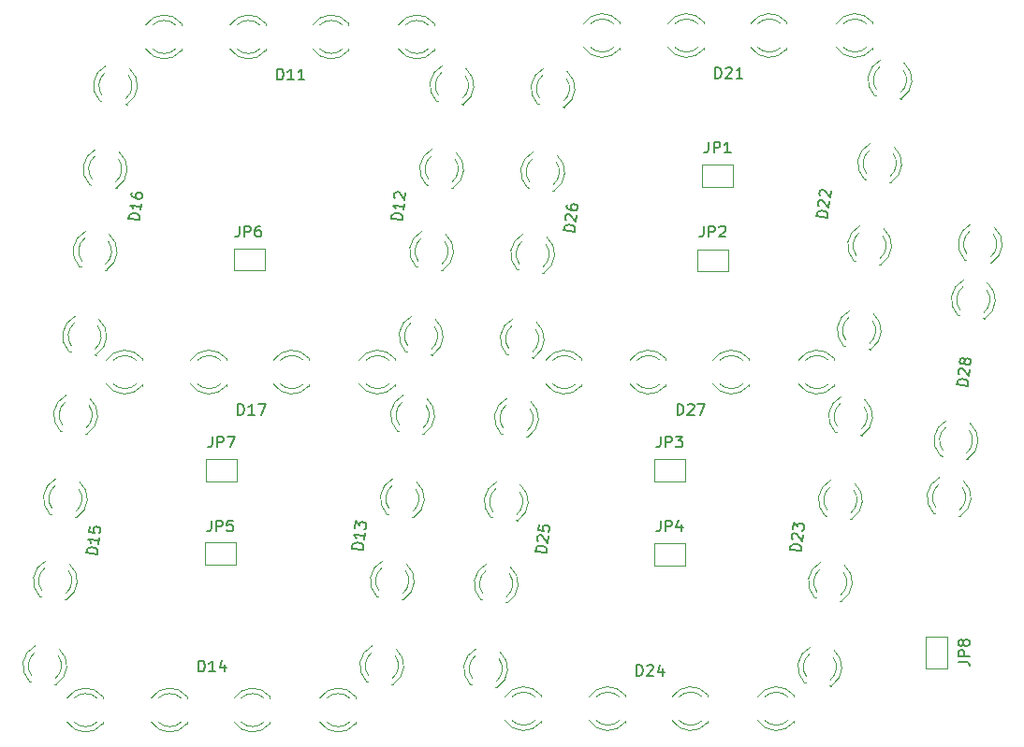
<source format=gbr>
%TF.GenerationSoftware,KiCad,Pcbnew,8.0.9*%
%TF.CreationDate,2025-03-03T18:21:58+11:00*%
%TF.ProjectId,7segment,37736567-6d65-46e7-942e-6b696361645f,rev?*%
%TF.SameCoordinates,PX292dfe0PY1d11680*%
%TF.FileFunction,Legend,Top*%
%TF.FilePolarity,Positive*%
%FSLAX46Y46*%
G04 Gerber Fmt 4.6, Leading zero omitted, Abs format (unit mm)*
G04 Created by KiCad (PCBNEW 8.0.9) date 2025-03-03 18:21:58*
%MOMM*%
%LPD*%
G01*
G04 APERTURE LIST*
%ADD10C,0.150000*%
%ADD11C,0.120000*%
G04 APERTURE END LIST*
D10*
X84123444Y-36820663D02*
X83130898Y-36698793D01*
X83130898Y-36698793D02*
X83159915Y-36462473D01*
X83159915Y-36462473D02*
X83224589Y-36326484D01*
X83224589Y-36326484D02*
X83330723Y-36243562D01*
X83330723Y-36243562D02*
X83431055Y-36207905D01*
X83431055Y-36207905D02*
X83625915Y-36183854D01*
X83625915Y-36183854D02*
X83767707Y-36201264D01*
X83767707Y-36201264D02*
X83950960Y-36271741D01*
X83950960Y-36271741D02*
X84039685Y-36330612D01*
X84039685Y-36330612D02*
X84122607Y-36436747D01*
X84122607Y-36436747D02*
X84152461Y-36584342D01*
X84152461Y-36584342D02*
X84123444Y-36820663D01*
X83341492Y-35765118D02*
X83300031Y-35712050D01*
X83300031Y-35712050D02*
X83264374Y-35611719D01*
X83264374Y-35611719D02*
X83293390Y-35375398D01*
X83293390Y-35375398D02*
X83352261Y-35286674D01*
X83352261Y-35286674D02*
X83405329Y-35245213D01*
X83405329Y-35245213D02*
X83505660Y-35209555D01*
X83505660Y-35209555D02*
X83600188Y-35221162D01*
X83600188Y-35221162D02*
X83736177Y-35285836D01*
X83736177Y-35285836D02*
X84233707Y-35922645D01*
X84233707Y-35922645D02*
X84309150Y-35308211D01*
X83811620Y-34671402D02*
X83752750Y-34760127D01*
X83752750Y-34760127D02*
X83699682Y-34801588D01*
X83699682Y-34801588D02*
X83599351Y-34837246D01*
X83599351Y-34837246D02*
X83552087Y-34831442D01*
X83552087Y-34831442D02*
X83463362Y-34772572D01*
X83463362Y-34772572D02*
X83421901Y-34719504D01*
X83421901Y-34719504D02*
X83386243Y-34619173D01*
X83386243Y-34619173D02*
X83409457Y-34430116D01*
X83409457Y-34430116D02*
X83468327Y-34341391D01*
X83468327Y-34341391D02*
X83521395Y-34299931D01*
X83521395Y-34299931D02*
X83621726Y-34264273D01*
X83621726Y-34264273D02*
X83668990Y-34270076D01*
X83668990Y-34270076D02*
X83757715Y-34328947D01*
X83757715Y-34328947D02*
X83799176Y-34382015D01*
X83799176Y-34382015D02*
X83834833Y-34482346D01*
X83834833Y-34482346D02*
X83811620Y-34671402D01*
X83811620Y-34671402D02*
X83847278Y-34771734D01*
X83847278Y-34771734D02*
X83888739Y-34824801D01*
X83888739Y-34824801D02*
X83977463Y-34883672D01*
X83977463Y-34883672D02*
X84166520Y-34906885D01*
X84166520Y-34906885D02*
X84266851Y-34871228D01*
X84266851Y-34871228D02*
X84319919Y-34829767D01*
X84319919Y-34829767D02*
X84378789Y-34741042D01*
X84378789Y-34741042D02*
X84402003Y-34551986D01*
X84402003Y-34551986D02*
X84366345Y-34451654D01*
X84366345Y-34451654D02*
X84324884Y-34398587D01*
X84324884Y-34398587D02*
X84236159Y-34339716D01*
X84236159Y-34339716D02*
X84047103Y-34316503D01*
X84047103Y-34316503D02*
X83946772Y-34352160D01*
X83946772Y-34352160D02*
X83893704Y-34393621D01*
X83893704Y-34393621D02*
X83834833Y-34482346D01*
X48563444Y-22850663D02*
X47570898Y-22728793D01*
X47570898Y-22728793D02*
X47599915Y-22492473D01*
X47599915Y-22492473D02*
X47664589Y-22356484D01*
X47664589Y-22356484D02*
X47770723Y-22273562D01*
X47770723Y-22273562D02*
X47871055Y-22237905D01*
X47871055Y-22237905D02*
X48065915Y-22213854D01*
X48065915Y-22213854D02*
X48207707Y-22231264D01*
X48207707Y-22231264D02*
X48390960Y-22301741D01*
X48390960Y-22301741D02*
X48479685Y-22360612D01*
X48479685Y-22360612D02*
X48562607Y-22466747D01*
X48562607Y-22466747D02*
X48592461Y-22614342D01*
X48592461Y-22614342D02*
X48563444Y-22850663D01*
X47781492Y-21795118D02*
X47740031Y-21742050D01*
X47740031Y-21742050D02*
X47704374Y-21641719D01*
X47704374Y-21641719D02*
X47733390Y-21405398D01*
X47733390Y-21405398D02*
X47792261Y-21316674D01*
X47792261Y-21316674D02*
X47845329Y-21275213D01*
X47845329Y-21275213D02*
X47945660Y-21239555D01*
X47945660Y-21239555D02*
X48040188Y-21251162D01*
X48040188Y-21251162D02*
X48176177Y-21315836D01*
X48176177Y-21315836D02*
X48673707Y-21952645D01*
X48673707Y-21952645D02*
X48749150Y-21338211D01*
X47861063Y-20365588D02*
X47837850Y-20554645D01*
X47837850Y-20554645D02*
X47873507Y-20654976D01*
X47873507Y-20654976D02*
X47914968Y-20708043D01*
X47914968Y-20708043D02*
X48045154Y-20819982D01*
X48045154Y-20819982D02*
X48228407Y-20890459D01*
X48228407Y-20890459D02*
X48606520Y-20936885D01*
X48606520Y-20936885D02*
X48706851Y-20901228D01*
X48706851Y-20901228D02*
X48759919Y-20859767D01*
X48759919Y-20859767D02*
X48818789Y-20771042D01*
X48818789Y-20771042D02*
X48842003Y-20581986D01*
X48842003Y-20581986D02*
X48806345Y-20481654D01*
X48806345Y-20481654D02*
X48764884Y-20428587D01*
X48764884Y-20428587D02*
X48676159Y-20369716D01*
X48676159Y-20369716D02*
X48439839Y-20340700D01*
X48439839Y-20340700D02*
X48339507Y-20376357D01*
X48339507Y-20376357D02*
X48286440Y-20417818D01*
X48286440Y-20417818D02*
X48227569Y-20506543D01*
X48227569Y-20506543D02*
X48204356Y-20695599D01*
X48204356Y-20695599D02*
X48240014Y-20795931D01*
X48240014Y-20795931D02*
X48281474Y-20848998D01*
X48281474Y-20848998D02*
X48370199Y-20907869D01*
X46023444Y-51915273D02*
X45030898Y-51793403D01*
X45030898Y-51793403D02*
X45059915Y-51557083D01*
X45059915Y-51557083D02*
X45124589Y-51421094D01*
X45124589Y-51421094D02*
X45230723Y-51338172D01*
X45230723Y-51338172D02*
X45331055Y-51302515D01*
X45331055Y-51302515D02*
X45525915Y-51278464D01*
X45525915Y-51278464D02*
X45667707Y-51295874D01*
X45667707Y-51295874D02*
X45850960Y-51366351D01*
X45850960Y-51366351D02*
X45939685Y-51425222D01*
X45939685Y-51425222D02*
X46022607Y-51531357D01*
X46022607Y-51531357D02*
X46052461Y-51678952D01*
X46052461Y-51678952D02*
X46023444Y-51915273D01*
X45241492Y-50859728D02*
X45200031Y-50806660D01*
X45200031Y-50806660D02*
X45164374Y-50706329D01*
X45164374Y-50706329D02*
X45193390Y-50470008D01*
X45193390Y-50470008D02*
X45252261Y-50381284D01*
X45252261Y-50381284D02*
X45305329Y-50339823D01*
X45305329Y-50339823D02*
X45405660Y-50304165D01*
X45405660Y-50304165D02*
X45500188Y-50315772D01*
X45500188Y-50315772D02*
X45636177Y-50380446D01*
X45636177Y-50380446D02*
X46133707Y-51017255D01*
X46133707Y-51017255D02*
X46209150Y-50402821D01*
X45326866Y-49382934D02*
X45268833Y-49855575D01*
X45268833Y-49855575D02*
X45735671Y-49960872D01*
X45735671Y-49960872D02*
X45694210Y-49907805D01*
X45694210Y-49907805D02*
X45658553Y-49807473D01*
X45658553Y-49807473D02*
X45687569Y-49571153D01*
X45687569Y-49571153D02*
X45746440Y-49482428D01*
X45746440Y-49482428D02*
X45799507Y-49440967D01*
X45799507Y-49440967D02*
X45899839Y-49405310D01*
X45899839Y-49405310D02*
X46136159Y-49434326D01*
X46136159Y-49434326D02*
X46224884Y-49493197D01*
X46224884Y-49493197D02*
X46266345Y-49546264D01*
X46266345Y-49546264D02*
X46302003Y-49646596D01*
X46302003Y-49646596D02*
X46272986Y-49882916D01*
X46272986Y-49882916D02*
X46214115Y-49971641D01*
X46214115Y-49971641D02*
X46161048Y-50013102D01*
X61269714Y-8963819D02*
X61269714Y-7963819D01*
X61269714Y-7963819D02*
X61507809Y-7963819D01*
X61507809Y-7963819D02*
X61650666Y-8011438D01*
X61650666Y-8011438D02*
X61745904Y-8106676D01*
X61745904Y-8106676D02*
X61793523Y-8201914D01*
X61793523Y-8201914D02*
X61841142Y-8392390D01*
X61841142Y-8392390D02*
X61841142Y-8535247D01*
X61841142Y-8535247D02*
X61793523Y-8725723D01*
X61793523Y-8725723D02*
X61745904Y-8820961D01*
X61745904Y-8820961D02*
X61650666Y-8916200D01*
X61650666Y-8916200D02*
X61507809Y-8963819D01*
X61507809Y-8963819D02*
X61269714Y-8963819D01*
X62222095Y-8059057D02*
X62269714Y-8011438D01*
X62269714Y-8011438D02*
X62364952Y-7963819D01*
X62364952Y-7963819D02*
X62603047Y-7963819D01*
X62603047Y-7963819D02*
X62698285Y-8011438D01*
X62698285Y-8011438D02*
X62745904Y-8059057D01*
X62745904Y-8059057D02*
X62793523Y-8154295D01*
X62793523Y-8154295D02*
X62793523Y-8249533D01*
X62793523Y-8249533D02*
X62745904Y-8392390D01*
X62745904Y-8392390D02*
X62174476Y-8963819D01*
X62174476Y-8963819D02*
X62793523Y-8963819D01*
X63745904Y-8963819D02*
X63174476Y-8963819D01*
X63460190Y-8963819D02*
X63460190Y-7963819D01*
X63460190Y-7963819D02*
X63364952Y-8106676D01*
X63364952Y-8106676D02*
X63269714Y-8201914D01*
X63269714Y-8201914D02*
X63174476Y-8249533D01*
X57841714Y-39443819D02*
X57841714Y-38443819D01*
X57841714Y-38443819D02*
X58079809Y-38443819D01*
X58079809Y-38443819D02*
X58222666Y-38491438D01*
X58222666Y-38491438D02*
X58317904Y-38586676D01*
X58317904Y-38586676D02*
X58365523Y-38681914D01*
X58365523Y-38681914D02*
X58413142Y-38872390D01*
X58413142Y-38872390D02*
X58413142Y-39015247D01*
X58413142Y-39015247D02*
X58365523Y-39205723D01*
X58365523Y-39205723D02*
X58317904Y-39300961D01*
X58317904Y-39300961D02*
X58222666Y-39396200D01*
X58222666Y-39396200D02*
X58079809Y-39443819D01*
X58079809Y-39443819D02*
X57841714Y-39443819D01*
X58794095Y-38539057D02*
X58841714Y-38491438D01*
X58841714Y-38491438D02*
X58936952Y-38443819D01*
X58936952Y-38443819D02*
X59175047Y-38443819D01*
X59175047Y-38443819D02*
X59270285Y-38491438D01*
X59270285Y-38491438D02*
X59317904Y-38539057D01*
X59317904Y-38539057D02*
X59365523Y-38634295D01*
X59365523Y-38634295D02*
X59365523Y-38729533D01*
X59365523Y-38729533D02*
X59317904Y-38872390D01*
X59317904Y-38872390D02*
X58746476Y-39443819D01*
X58746476Y-39443819D02*
X59365523Y-39443819D01*
X59698857Y-38443819D02*
X60365523Y-38443819D01*
X60365523Y-38443819D02*
X59936952Y-39443819D01*
X54157714Y-63065819D02*
X54157714Y-62065819D01*
X54157714Y-62065819D02*
X54395809Y-62065819D01*
X54395809Y-62065819D02*
X54538666Y-62113438D01*
X54538666Y-62113438D02*
X54633904Y-62208676D01*
X54633904Y-62208676D02*
X54681523Y-62303914D01*
X54681523Y-62303914D02*
X54729142Y-62494390D01*
X54729142Y-62494390D02*
X54729142Y-62637247D01*
X54729142Y-62637247D02*
X54681523Y-62827723D01*
X54681523Y-62827723D02*
X54633904Y-62922961D01*
X54633904Y-62922961D02*
X54538666Y-63018200D01*
X54538666Y-63018200D02*
X54395809Y-63065819D01*
X54395809Y-63065819D02*
X54157714Y-63065819D01*
X55110095Y-62161057D02*
X55157714Y-62113438D01*
X55157714Y-62113438D02*
X55252952Y-62065819D01*
X55252952Y-62065819D02*
X55491047Y-62065819D01*
X55491047Y-62065819D02*
X55586285Y-62113438D01*
X55586285Y-62113438D02*
X55633904Y-62161057D01*
X55633904Y-62161057D02*
X55681523Y-62256295D01*
X55681523Y-62256295D02*
X55681523Y-62351533D01*
X55681523Y-62351533D02*
X55633904Y-62494390D01*
X55633904Y-62494390D02*
X55062476Y-63065819D01*
X55062476Y-63065819D02*
X55681523Y-63065819D01*
X56538666Y-62399152D02*
X56538666Y-63065819D01*
X56300571Y-62018200D02*
X56062476Y-62732485D01*
X56062476Y-62732485D02*
X56681523Y-62732485D01*
X71423444Y-21580663D02*
X70430898Y-21458793D01*
X70430898Y-21458793D02*
X70459915Y-21222473D01*
X70459915Y-21222473D02*
X70524589Y-21086484D01*
X70524589Y-21086484D02*
X70630723Y-21003562D01*
X70630723Y-21003562D02*
X70731055Y-20967905D01*
X70731055Y-20967905D02*
X70925915Y-20943854D01*
X70925915Y-20943854D02*
X71067707Y-20961264D01*
X71067707Y-20961264D02*
X71250960Y-21031741D01*
X71250960Y-21031741D02*
X71339685Y-21090612D01*
X71339685Y-21090612D02*
X71422607Y-21196747D01*
X71422607Y-21196747D02*
X71452461Y-21344342D01*
X71452461Y-21344342D02*
X71423444Y-21580663D01*
X70641492Y-20525118D02*
X70600031Y-20472050D01*
X70600031Y-20472050D02*
X70564374Y-20371719D01*
X70564374Y-20371719D02*
X70593390Y-20135398D01*
X70593390Y-20135398D02*
X70652261Y-20046674D01*
X70652261Y-20046674D02*
X70705329Y-20005213D01*
X70705329Y-20005213D02*
X70805660Y-19969555D01*
X70805660Y-19969555D02*
X70900188Y-19981162D01*
X70900188Y-19981162D02*
X71036177Y-20045836D01*
X71036177Y-20045836D02*
X71533707Y-20682645D01*
X71533707Y-20682645D02*
X71609150Y-20068211D01*
X70757558Y-19579836D02*
X70716098Y-19526768D01*
X70716098Y-19526768D02*
X70680440Y-19426437D01*
X70680440Y-19426437D02*
X70709457Y-19190116D01*
X70709457Y-19190116D02*
X70768327Y-19101391D01*
X70768327Y-19101391D02*
X70821395Y-19059931D01*
X70821395Y-19059931D02*
X70921726Y-19024273D01*
X70921726Y-19024273D02*
X71016254Y-19035880D01*
X71016254Y-19035880D02*
X71152243Y-19100554D01*
X71152243Y-19100554D02*
X71649773Y-19737363D01*
X71649773Y-19737363D02*
X71725216Y-19122929D01*
X69036003Y-51769773D02*
X68043457Y-51647903D01*
X68043457Y-51647903D02*
X68072474Y-51411583D01*
X68072474Y-51411583D02*
X68137148Y-51275594D01*
X68137148Y-51275594D02*
X68243282Y-51192672D01*
X68243282Y-51192672D02*
X68343614Y-51157015D01*
X68343614Y-51157015D02*
X68538474Y-51132964D01*
X68538474Y-51132964D02*
X68680266Y-51150374D01*
X68680266Y-51150374D02*
X68863519Y-51220851D01*
X68863519Y-51220851D02*
X68952244Y-51279722D01*
X68952244Y-51279722D02*
X69035166Y-51385857D01*
X69035166Y-51385857D02*
X69065020Y-51533452D01*
X69065020Y-51533452D02*
X69036003Y-51769773D01*
X68254051Y-50714228D02*
X68212590Y-50661160D01*
X68212590Y-50661160D02*
X68176933Y-50560829D01*
X68176933Y-50560829D02*
X68205949Y-50324508D01*
X68205949Y-50324508D02*
X68264820Y-50235784D01*
X68264820Y-50235784D02*
X68317888Y-50194323D01*
X68317888Y-50194323D02*
X68418219Y-50158665D01*
X68418219Y-50158665D02*
X68512747Y-50170272D01*
X68512747Y-50170272D02*
X68648736Y-50234946D01*
X68648736Y-50234946D02*
X69146266Y-50871755D01*
X69146266Y-50871755D02*
X69221709Y-50257321D01*
X68269786Y-49804603D02*
X68345229Y-49190170D01*
X68345229Y-49190170D02*
X68682718Y-49567445D01*
X68682718Y-49567445D02*
X68700128Y-49425653D01*
X68700128Y-49425653D02*
X68758999Y-49336928D01*
X68758999Y-49336928D02*
X68812066Y-49295467D01*
X68812066Y-49295467D02*
X68912398Y-49259810D01*
X68912398Y-49259810D02*
X69148718Y-49288826D01*
X69148718Y-49288826D02*
X69237443Y-49347697D01*
X69237443Y-49347697D02*
X69278904Y-49400764D01*
X69278904Y-49400764D02*
X69314562Y-49501096D01*
X69314562Y-49501096D02*
X69279742Y-49784680D01*
X69279742Y-49784680D02*
X69220871Y-49873405D01*
X69220871Y-49873405D02*
X69167804Y-49914866D01*
X21645714Y-9090819D02*
X21645714Y-8090819D01*
X21645714Y-8090819D02*
X21883809Y-8090819D01*
X21883809Y-8090819D02*
X22026666Y-8138438D01*
X22026666Y-8138438D02*
X22121904Y-8233676D01*
X22121904Y-8233676D02*
X22169523Y-8328914D01*
X22169523Y-8328914D02*
X22217142Y-8519390D01*
X22217142Y-8519390D02*
X22217142Y-8662247D01*
X22217142Y-8662247D02*
X22169523Y-8852723D01*
X22169523Y-8852723D02*
X22121904Y-8947961D01*
X22121904Y-8947961D02*
X22026666Y-9043200D01*
X22026666Y-9043200D02*
X21883809Y-9090819D01*
X21883809Y-9090819D02*
X21645714Y-9090819D01*
X23169523Y-9090819D02*
X22598095Y-9090819D01*
X22883809Y-9090819D02*
X22883809Y-8090819D01*
X22883809Y-8090819D02*
X22788571Y-8233676D01*
X22788571Y-8233676D02*
X22693333Y-8328914D01*
X22693333Y-8328914D02*
X22598095Y-8376533D01*
X24121904Y-9090819D02*
X23550476Y-9090819D01*
X23836190Y-9090819D02*
X23836190Y-8090819D01*
X23836190Y-8090819D02*
X23740952Y-8233676D01*
X23740952Y-8233676D02*
X23645714Y-8328914D01*
X23645714Y-8328914D02*
X23550476Y-8376533D01*
X9193444Y-21797773D02*
X8200898Y-21675903D01*
X8200898Y-21675903D02*
X8229915Y-21439583D01*
X8229915Y-21439583D02*
X8294589Y-21303594D01*
X8294589Y-21303594D02*
X8400723Y-21220672D01*
X8400723Y-21220672D02*
X8501055Y-21185015D01*
X8501055Y-21185015D02*
X8695915Y-21160964D01*
X8695915Y-21160964D02*
X8837707Y-21178374D01*
X8837707Y-21178374D02*
X9020960Y-21248851D01*
X9020960Y-21248851D02*
X9109685Y-21307722D01*
X9109685Y-21307722D02*
X9192607Y-21413857D01*
X9192607Y-21413857D02*
X9222461Y-21561452D01*
X9222461Y-21561452D02*
X9193444Y-21797773D01*
X9379150Y-20285321D02*
X9309510Y-20852491D01*
X9344330Y-20568906D02*
X8351784Y-20447037D01*
X8351784Y-20447037D02*
X8481970Y-20558975D01*
X8481970Y-20558975D02*
X8564891Y-20665110D01*
X8564891Y-20665110D02*
X8600549Y-20765441D01*
X8491063Y-19312698D02*
X8467850Y-19501755D01*
X8467850Y-19501755D02*
X8503507Y-19602086D01*
X8503507Y-19602086D02*
X8544968Y-19655153D01*
X8544968Y-19655153D02*
X8675154Y-19767092D01*
X8675154Y-19767092D02*
X8858407Y-19837569D01*
X8858407Y-19837569D02*
X9236520Y-19883995D01*
X9236520Y-19883995D02*
X9336851Y-19848338D01*
X9336851Y-19848338D02*
X9389919Y-19806877D01*
X9389919Y-19806877D02*
X9448789Y-19718152D01*
X9448789Y-19718152D02*
X9472003Y-19529096D01*
X9472003Y-19529096D02*
X9436345Y-19428764D01*
X9436345Y-19428764D02*
X9394884Y-19375697D01*
X9394884Y-19375697D02*
X9306159Y-19316826D01*
X9306159Y-19316826D02*
X9069839Y-19287810D01*
X9069839Y-19287810D02*
X8969507Y-19323467D01*
X8969507Y-19323467D02*
X8916440Y-19364928D01*
X8916440Y-19364928D02*
X8857569Y-19453653D01*
X8857569Y-19453653D02*
X8834356Y-19642709D01*
X8834356Y-19642709D02*
X8870014Y-19743041D01*
X8870014Y-19743041D02*
X8911474Y-19796108D01*
X8911474Y-19796108D02*
X9000199Y-19854979D01*
X29412003Y-51642773D02*
X28419457Y-51520903D01*
X28419457Y-51520903D02*
X28448474Y-51284583D01*
X28448474Y-51284583D02*
X28513148Y-51148594D01*
X28513148Y-51148594D02*
X28619282Y-51065672D01*
X28619282Y-51065672D02*
X28719614Y-51030015D01*
X28719614Y-51030015D02*
X28914474Y-51005964D01*
X28914474Y-51005964D02*
X29056266Y-51023374D01*
X29056266Y-51023374D02*
X29239519Y-51093851D01*
X29239519Y-51093851D02*
X29328244Y-51152722D01*
X29328244Y-51152722D02*
X29411166Y-51258857D01*
X29411166Y-51258857D02*
X29441020Y-51406452D01*
X29441020Y-51406452D02*
X29412003Y-51642773D01*
X29597709Y-50130321D02*
X29528069Y-50697491D01*
X29562889Y-50413906D02*
X28570343Y-50292037D01*
X28570343Y-50292037D02*
X28700529Y-50403975D01*
X28700529Y-50403975D02*
X28783450Y-50510110D01*
X28783450Y-50510110D02*
X28819108Y-50610441D01*
X28645786Y-49677603D02*
X28721229Y-49063170D01*
X28721229Y-49063170D02*
X29058718Y-49440445D01*
X29058718Y-49440445D02*
X29076128Y-49298653D01*
X29076128Y-49298653D02*
X29134999Y-49209928D01*
X29134999Y-49209928D02*
X29188066Y-49168467D01*
X29188066Y-49168467D02*
X29288398Y-49132810D01*
X29288398Y-49132810D02*
X29524718Y-49161826D01*
X29524718Y-49161826D02*
X29613443Y-49220697D01*
X29613443Y-49220697D02*
X29654904Y-49273764D01*
X29654904Y-49273764D02*
X29690562Y-49374096D01*
X29690562Y-49374096D02*
X29655742Y-49657680D01*
X29655742Y-49657680D02*
X29596871Y-49746405D01*
X29596871Y-49746405D02*
X29543804Y-49787866D01*
X14533714Y-62684819D02*
X14533714Y-61684819D01*
X14533714Y-61684819D02*
X14771809Y-61684819D01*
X14771809Y-61684819D02*
X14914666Y-61732438D01*
X14914666Y-61732438D02*
X15009904Y-61827676D01*
X15009904Y-61827676D02*
X15057523Y-61922914D01*
X15057523Y-61922914D02*
X15105142Y-62113390D01*
X15105142Y-62113390D02*
X15105142Y-62256247D01*
X15105142Y-62256247D02*
X15057523Y-62446723D01*
X15057523Y-62446723D02*
X15009904Y-62541961D01*
X15009904Y-62541961D02*
X14914666Y-62637200D01*
X14914666Y-62637200D02*
X14771809Y-62684819D01*
X14771809Y-62684819D02*
X14533714Y-62684819D01*
X16057523Y-62684819D02*
X15486095Y-62684819D01*
X15771809Y-62684819D02*
X15771809Y-61684819D01*
X15771809Y-61684819D02*
X15676571Y-61827676D01*
X15676571Y-61827676D02*
X15581333Y-61922914D01*
X15581333Y-61922914D02*
X15486095Y-61970533D01*
X16914666Y-62018152D02*
X16914666Y-62684819D01*
X16676571Y-61637200D02*
X16438476Y-62351485D01*
X16438476Y-62351485D02*
X17057523Y-62351485D01*
X32968003Y-21797773D02*
X31975457Y-21675903D01*
X31975457Y-21675903D02*
X32004474Y-21439583D01*
X32004474Y-21439583D02*
X32069148Y-21303594D01*
X32069148Y-21303594D02*
X32175282Y-21220672D01*
X32175282Y-21220672D02*
X32275614Y-21185015D01*
X32275614Y-21185015D02*
X32470474Y-21160964D01*
X32470474Y-21160964D02*
X32612266Y-21178374D01*
X32612266Y-21178374D02*
X32795519Y-21248851D01*
X32795519Y-21248851D02*
X32884244Y-21307722D01*
X32884244Y-21307722D02*
X32967166Y-21413857D01*
X32967166Y-21413857D02*
X32997020Y-21561452D01*
X32997020Y-21561452D02*
X32968003Y-21797773D01*
X33153709Y-20285321D02*
X33084069Y-20852491D01*
X33118889Y-20568906D02*
X32126343Y-20447037D01*
X32126343Y-20447037D02*
X32256529Y-20558975D01*
X32256529Y-20558975D02*
X32339450Y-20665110D01*
X32339450Y-20665110D02*
X32375108Y-20765441D01*
X32302117Y-19796946D02*
X32260657Y-19743878D01*
X32260657Y-19743878D02*
X32224999Y-19643547D01*
X32224999Y-19643547D02*
X32254016Y-19407226D01*
X32254016Y-19407226D02*
X32312886Y-19318501D01*
X32312886Y-19318501D02*
X32365954Y-19277041D01*
X32365954Y-19277041D02*
X32466285Y-19241383D01*
X32466285Y-19241383D02*
X32560813Y-19252990D01*
X32560813Y-19252990D02*
X32696802Y-19317664D01*
X32696802Y-19317664D02*
X33194332Y-19954473D01*
X33194332Y-19954473D02*
X33269775Y-19340039D01*
X5383444Y-52060663D02*
X4390898Y-51938793D01*
X4390898Y-51938793D02*
X4419915Y-51702473D01*
X4419915Y-51702473D02*
X4484589Y-51566484D01*
X4484589Y-51566484D02*
X4590723Y-51483562D01*
X4590723Y-51483562D02*
X4691055Y-51447905D01*
X4691055Y-51447905D02*
X4885915Y-51423854D01*
X4885915Y-51423854D02*
X5027707Y-51441264D01*
X5027707Y-51441264D02*
X5210960Y-51511741D01*
X5210960Y-51511741D02*
X5299685Y-51570612D01*
X5299685Y-51570612D02*
X5382607Y-51676747D01*
X5382607Y-51676747D02*
X5412461Y-51824342D01*
X5412461Y-51824342D02*
X5383444Y-52060663D01*
X5569150Y-50548211D02*
X5499510Y-51115381D01*
X5534330Y-50831796D02*
X4541784Y-50709927D01*
X4541784Y-50709927D02*
X4671970Y-50821865D01*
X4671970Y-50821865D02*
X4754891Y-50928000D01*
X4754891Y-50928000D02*
X4790549Y-51028331D01*
X4686866Y-49528324D02*
X4628833Y-50000965D01*
X4628833Y-50000965D02*
X5095671Y-50106262D01*
X5095671Y-50106262D02*
X5054210Y-50053195D01*
X5054210Y-50053195D02*
X5018553Y-49952863D01*
X5018553Y-49952863D02*
X5047569Y-49716543D01*
X5047569Y-49716543D02*
X5106440Y-49627818D01*
X5106440Y-49627818D02*
X5159507Y-49586357D01*
X5159507Y-49586357D02*
X5259839Y-49550700D01*
X5259839Y-49550700D02*
X5496159Y-49579716D01*
X5496159Y-49579716D02*
X5584884Y-49638587D01*
X5584884Y-49638587D02*
X5626345Y-49691654D01*
X5626345Y-49691654D02*
X5662003Y-49791986D01*
X5662003Y-49791986D02*
X5632986Y-50028306D01*
X5632986Y-50028306D02*
X5574115Y-50117031D01*
X5574115Y-50117031D02*
X5521048Y-50158492D01*
X18089714Y-39443819D02*
X18089714Y-38443819D01*
X18089714Y-38443819D02*
X18327809Y-38443819D01*
X18327809Y-38443819D02*
X18470666Y-38491438D01*
X18470666Y-38491438D02*
X18565904Y-38586676D01*
X18565904Y-38586676D02*
X18613523Y-38681914D01*
X18613523Y-38681914D02*
X18661142Y-38872390D01*
X18661142Y-38872390D02*
X18661142Y-39015247D01*
X18661142Y-39015247D02*
X18613523Y-39205723D01*
X18613523Y-39205723D02*
X18565904Y-39300961D01*
X18565904Y-39300961D02*
X18470666Y-39396200D01*
X18470666Y-39396200D02*
X18327809Y-39443819D01*
X18327809Y-39443819D02*
X18089714Y-39443819D01*
X19613523Y-39443819D02*
X19042095Y-39443819D01*
X19327809Y-39443819D02*
X19327809Y-38443819D01*
X19327809Y-38443819D02*
X19232571Y-38586676D01*
X19232571Y-38586676D02*
X19137333Y-38681914D01*
X19137333Y-38681914D02*
X19042095Y-38729533D01*
X19946857Y-38443819D02*
X20613523Y-38443819D01*
X20613523Y-38443819D02*
X20184952Y-39443819D01*
X60671666Y-14694819D02*
X60671666Y-15409104D01*
X60671666Y-15409104D02*
X60624047Y-15551961D01*
X60624047Y-15551961D02*
X60528809Y-15647200D01*
X60528809Y-15647200D02*
X60385952Y-15694819D01*
X60385952Y-15694819D02*
X60290714Y-15694819D01*
X61147857Y-15694819D02*
X61147857Y-14694819D01*
X61147857Y-14694819D02*
X61528809Y-14694819D01*
X61528809Y-14694819D02*
X61624047Y-14742438D01*
X61624047Y-14742438D02*
X61671666Y-14790057D01*
X61671666Y-14790057D02*
X61719285Y-14885295D01*
X61719285Y-14885295D02*
X61719285Y-15028152D01*
X61719285Y-15028152D02*
X61671666Y-15123390D01*
X61671666Y-15123390D02*
X61624047Y-15171009D01*
X61624047Y-15171009D02*
X61528809Y-15218628D01*
X61528809Y-15218628D02*
X61147857Y-15218628D01*
X62671666Y-15694819D02*
X62100238Y-15694819D01*
X62385952Y-15694819D02*
X62385952Y-14694819D01*
X62385952Y-14694819D02*
X62290714Y-14837676D01*
X62290714Y-14837676D02*
X62195476Y-14932914D01*
X62195476Y-14932914D02*
X62100238Y-14980533D01*
X15766666Y-41364819D02*
X15766666Y-42079104D01*
X15766666Y-42079104D02*
X15719047Y-42221961D01*
X15719047Y-42221961D02*
X15623809Y-42317200D01*
X15623809Y-42317200D02*
X15480952Y-42364819D01*
X15480952Y-42364819D02*
X15385714Y-42364819D01*
X16242857Y-42364819D02*
X16242857Y-41364819D01*
X16242857Y-41364819D02*
X16623809Y-41364819D01*
X16623809Y-41364819D02*
X16719047Y-41412438D01*
X16719047Y-41412438D02*
X16766666Y-41460057D01*
X16766666Y-41460057D02*
X16814285Y-41555295D01*
X16814285Y-41555295D02*
X16814285Y-41698152D01*
X16814285Y-41698152D02*
X16766666Y-41793390D01*
X16766666Y-41793390D02*
X16719047Y-41841009D01*
X16719047Y-41841009D02*
X16623809Y-41888628D01*
X16623809Y-41888628D02*
X16242857Y-41888628D01*
X17147619Y-41364819D02*
X17814285Y-41364819D01*
X17814285Y-41364819D02*
X17385714Y-42364819D01*
X15676666Y-48984819D02*
X15676666Y-49699104D01*
X15676666Y-49699104D02*
X15629047Y-49841961D01*
X15629047Y-49841961D02*
X15533809Y-49937200D01*
X15533809Y-49937200D02*
X15390952Y-49984819D01*
X15390952Y-49984819D02*
X15295714Y-49984819D01*
X16152857Y-49984819D02*
X16152857Y-48984819D01*
X16152857Y-48984819D02*
X16533809Y-48984819D01*
X16533809Y-48984819D02*
X16629047Y-49032438D01*
X16629047Y-49032438D02*
X16676666Y-49080057D01*
X16676666Y-49080057D02*
X16724285Y-49175295D01*
X16724285Y-49175295D02*
X16724285Y-49318152D01*
X16724285Y-49318152D02*
X16676666Y-49413390D01*
X16676666Y-49413390D02*
X16629047Y-49461009D01*
X16629047Y-49461009D02*
X16533809Y-49508628D01*
X16533809Y-49508628D02*
X16152857Y-49508628D01*
X17629047Y-48984819D02*
X17152857Y-48984819D01*
X17152857Y-48984819D02*
X17105238Y-49461009D01*
X17105238Y-49461009D02*
X17152857Y-49413390D01*
X17152857Y-49413390D02*
X17248095Y-49365771D01*
X17248095Y-49365771D02*
X17486190Y-49365771D01*
X17486190Y-49365771D02*
X17581428Y-49413390D01*
X17581428Y-49413390D02*
X17629047Y-49461009D01*
X17629047Y-49461009D02*
X17676666Y-49556247D01*
X17676666Y-49556247D02*
X17676666Y-49794342D01*
X17676666Y-49794342D02*
X17629047Y-49889580D01*
X17629047Y-49889580D02*
X17581428Y-49937200D01*
X17581428Y-49937200D02*
X17486190Y-49984819D01*
X17486190Y-49984819D02*
X17248095Y-49984819D01*
X17248095Y-49984819D02*
X17152857Y-49937200D01*
X17152857Y-49937200D02*
X17105238Y-49889580D01*
X56316666Y-48984819D02*
X56316666Y-49699104D01*
X56316666Y-49699104D02*
X56269047Y-49841961D01*
X56269047Y-49841961D02*
X56173809Y-49937200D01*
X56173809Y-49937200D02*
X56030952Y-49984819D01*
X56030952Y-49984819D02*
X55935714Y-49984819D01*
X56792857Y-49984819D02*
X56792857Y-48984819D01*
X56792857Y-48984819D02*
X57173809Y-48984819D01*
X57173809Y-48984819D02*
X57269047Y-49032438D01*
X57269047Y-49032438D02*
X57316666Y-49080057D01*
X57316666Y-49080057D02*
X57364285Y-49175295D01*
X57364285Y-49175295D02*
X57364285Y-49318152D01*
X57364285Y-49318152D02*
X57316666Y-49413390D01*
X57316666Y-49413390D02*
X57269047Y-49461009D01*
X57269047Y-49461009D02*
X57173809Y-49508628D01*
X57173809Y-49508628D02*
X56792857Y-49508628D01*
X58221428Y-49318152D02*
X58221428Y-49984819D01*
X57983333Y-48937200D02*
X57745238Y-49651485D01*
X57745238Y-49651485D02*
X58364285Y-49651485D01*
X18216666Y-22314819D02*
X18216666Y-23029104D01*
X18216666Y-23029104D02*
X18169047Y-23171961D01*
X18169047Y-23171961D02*
X18073809Y-23267200D01*
X18073809Y-23267200D02*
X17930952Y-23314819D01*
X17930952Y-23314819D02*
X17835714Y-23314819D01*
X18692857Y-23314819D02*
X18692857Y-22314819D01*
X18692857Y-22314819D02*
X19073809Y-22314819D01*
X19073809Y-22314819D02*
X19169047Y-22362438D01*
X19169047Y-22362438D02*
X19216666Y-22410057D01*
X19216666Y-22410057D02*
X19264285Y-22505295D01*
X19264285Y-22505295D02*
X19264285Y-22648152D01*
X19264285Y-22648152D02*
X19216666Y-22743390D01*
X19216666Y-22743390D02*
X19169047Y-22791009D01*
X19169047Y-22791009D02*
X19073809Y-22838628D01*
X19073809Y-22838628D02*
X18692857Y-22838628D01*
X20121428Y-22314819D02*
X19930952Y-22314819D01*
X19930952Y-22314819D02*
X19835714Y-22362438D01*
X19835714Y-22362438D02*
X19788095Y-22410057D01*
X19788095Y-22410057D02*
X19692857Y-22552914D01*
X19692857Y-22552914D02*
X19645238Y-22743390D01*
X19645238Y-22743390D02*
X19645238Y-23124342D01*
X19645238Y-23124342D02*
X19692857Y-23219580D01*
X19692857Y-23219580D02*
X19740476Y-23267200D01*
X19740476Y-23267200D02*
X19835714Y-23314819D01*
X19835714Y-23314819D02*
X20026190Y-23314819D01*
X20026190Y-23314819D02*
X20121428Y-23267200D01*
X20121428Y-23267200D02*
X20169047Y-23219580D01*
X20169047Y-23219580D02*
X20216666Y-23124342D01*
X20216666Y-23124342D02*
X20216666Y-22886247D01*
X20216666Y-22886247D02*
X20169047Y-22791009D01*
X20169047Y-22791009D02*
X20121428Y-22743390D01*
X20121428Y-22743390D02*
X20026190Y-22695771D01*
X20026190Y-22695771D02*
X19835714Y-22695771D01*
X19835714Y-22695771D02*
X19740476Y-22743390D01*
X19740476Y-22743390D02*
X19692857Y-22791009D01*
X19692857Y-22791009D02*
X19645238Y-22886247D01*
X60216666Y-22314819D02*
X60216666Y-23029104D01*
X60216666Y-23029104D02*
X60169047Y-23171961D01*
X60169047Y-23171961D02*
X60073809Y-23267200D01*
X60073809Y-23267200D02*
X59930952Y-23314819D01*
X59930952Y-23314819D02*
X59835714Y-23314819D01*
X60692857Y-23314819D02*
X60692857Y-22314819D01*
X60692857Y-22314819D02*
X61073809Y-22314819D01*
X61073809Y-22314819D02*
X61169047Y-22362438D01*
X61169047Y-22362438D02*
X61216666Y-22410057D01*
X61216666Y-22410057D02*
X61264285Y-22505295D01*
X61264285Y-22505295D02*
X61264285Y-22648152D01*
X61264285Y-22648152D02*
X61216666Y-22743390D01*
X61216666Y-22743390D02*
X61169047Y-22791009D01*
X61169047Y-22791009D02*
X61073809Y-22838628D01*
X61073809Y-22838628D02*
X60692857Y-22838628D01*
X61645238Y-22410057D02*
X61692857Y-22362438D01*
X61692857Y-22362438D02*
X61788095Y-22314819D01*
X61788095Y-22314819D02*
X62026190Y-22314819D01*
X62026190Y-22314819D02*
X62121428Y-22362438D01*
X62121428Y-22362438D02*
X62169047Y-22410057D01*
X62169047Y-22410057D02*
X62216666Y-22505295D01*
X62216666Y-22505295D02*
X62216666Y-22600533D01*
X62216666Y-22600533D02*
X62169047Y-22743390D01*
X62169047Y-22743390D02*
X61597619Y-23314819D01*
X61597619Y-23314819D02*
X62216666Y-23314819D01*
X83274819Y-61793333D02*
X83989104Y-61793333D01*
X83989104Y-61793333D02*
X84131961Y-61840952D01*
X84131961Y-61840952D02*
X84227200Y-61936190D01*
X84227200Y-61936190D02*
X84274819Y-62079047D01*
X84274819Y-62079047D02*
X84274819Y-62174285D01*
X84274819Y-61317142D02*
X83274819Y-61317142D01*
X83274819Y-61317142D02*
X83274819Y-60936190D01*
X83274819Y-60936190D02*
X83322438Y-60840952D01*
X83322438Y-60840952D02*
X83370057Y-60793333D01*
X83370057Y-60793333D02*
X83465295Y-60745714D01*
X83465295Y-60745714D02*
X83608152Y-60745714D01*
X83608152Y-60745714D02*
X83703390Y-60793333D01*
X83703390Y-60793333D02*
X83751009Y-60840952D01*
X83751009Y-60840952D02*
X83798628Y-60936190D01*
X83798628Y-60936190D02*
X83798628Y-61317142D01*
X83703390Y-60174285D02*
X83655771Y-60269523D01*
X83655771Y-60269523D02*
X83608152Y-60317142D01*
X83608152Y-60317142D02*
X83512914Y-60364761D01*
X83512914Y-60364761D02*
X83465295Y-60364761D01*
X83465295Y-60364761D02*
X83370057Y-60317142D01*
X83370057Y-60317142D02*
X83322438Y-60269523D01*
X83322438Y-60269523D02*
X83274819Y-60174285D01*
X83274819Y-60174285D02*
X83274819Y-59983809D01*
X83274819Y-59983809D02*
X83322438Y-59888571D01*
X83322438Y-59888571D02*
X83370057Y-59840952D01*
X83370057Y-59840952D02*
X83465295Y-59793333D01*
X83465295Y-59793333D02*
X83512914Y-59793333D01*
X83512914Y-59793333D02*
X83608152Y-59840952D01*
X83608152Y-59840952D02*
X83655771Y-59888571D01*
X83655771Y-59888571D02*
X83703390Y-59983809D01*
X83703390Y-59983809D02*
X83703390Y-60174285D01*
X83703390Y-60174285D02*
X83751009Y-60269523D01*
X83751009Y-60269523D02*
X83798628Y-60317142D01*
X83798628Y-60317142D02*
X83893866Y-60364761D01*
X83893866Y-60364761D02*
X84084342Y-60364761D01*
X84084342Y-60364761D02*
X84179580Y-60317142D01*
X84179580Y-60317142D02*
X84227200Y-60269523D01*
X84227200Y-60269523D02*
X84274819Y-60174285D01*
X84274819Y-60174285D02*
X84274819Y-59983809D01*
X84274819Y-59983809D02*
X84227200Y-59888571D01*
X84227200Y-59888571D02*
X84179580Y-59840952D01*
X84179580Y-59840952D02*
X84084342Y-59793333D01*
X84084342Y-59793333D02*
X83893866Y-59793333D01*
X83893866Y-59793333D02*
X83798628Y-59840952D01*
X83798628Y-59840952D02*
X83751009Y-59888571D01*
X83751009Y-59888571D02*
X83703390Y-59983809D01*
X56316666Y-41364819D02*
X56316666Y-42079104D01*
X56316666Y-42079104D02*
X56269047Y-42221961D01*
X56269047Y-42221961D02*
X56173809Y-42317200D01*
X56173809Y-42317200D02*
X56030952Y-42364819D01*
X56030952Y-42364819D02*
X55935714Y-42364819D01*
X56792857Y-42364819D02*
X56792857Y-41364819D01*
X56792857Y-41364819D02*
X57173809Y-41364819D01*
X57173809Y-41364819D02*
X57269047Y-41412438D01*
X57269047Y-41412438D02*
X57316666Y-41460057D01*
X57316666Y-41460057D02*
X57364285Y-41555295D01*
X57364285Y-41555295D02*
X57364285Y-41698152D01*
X57364285Y-41698152D02*
X57316666Y-41793390D01*
X57316666Y-41793390D02*
X57269047Y-41841009D01*
X57269047Y-41841009D02*
X57173809Y-41888628D01*
X57173809Y-41888628D02*
X56792857Y-41888628D01*
X57697619Y-41364819D02*
X58316666Y-41364819D01*
X58316666Y-41364819D02*
X57983333Y-41745771D01*
X57983333Y-41745771D02*
X58126190Y-41745771D01*
X58126190Y-41745771D02*
X58221428Y-41793390D01*
X58221428Y-41793390D02*
X58269047Y-41841009D01*
X58269047Y-41841009D02*
X58316666Y-41936247D01*
X58316666Y-41936247D02*
X58316666Y-42174342D01*
X58316666Y-42174342D02*
X58269047Y-42269580D01*
X58269047Y-42269580D02*
X58221428Y-42317200D01*
X58221428Y-42317200D02*
X58126190Y-42364819D01*
X58126190Y-42364819D02*
X57840476Y-42364819D01*
X57840476Y-42364819D02*
X57745238Y-42317200D01*
X57745238Y-42317200D02*
X57697619Y-42269580D01*
D11*
X83827018Y-25360832D02*
X83981855Y-25379844D01*
X86125755Y-25643082D02*
X86280592Y-25662093D01*
X83207922Y-30402967D02*
X83362759Y-30421978D01*
X85506659Y-30685216D02*
X85661496Y-30704228D01*
X81644704Y-43134356D02*
X81799541Y-43153368D01*
X83943441Y-43416606D02*
X84098278Y-43435617D01*
X83308867Y-48584793D02*
X83463704Y-48603805D01*
X81010130Y-48302544D02*
X81164967Y-48321556D01*
X81010611Y-48302603D02*
G75*
G02*
X81560272Y-45113485I1416422J1397800D01*
G01*
X83701408Y-45376382D02*
G75*
G02*
X83463224Y-48603747I-1274375J-1528421D01*
G01*
X81228222Y-47806385D02*
G75*
G02*
X81482127Y-45739835I1198811J901582D01*
G01*
X83625703Y-46003032D02*
G75*
G02*
X83372122Y-48069623I-1198670J-901771D01*
G01*
X84260277Y-40834844D02*
G75*
G02*
X84006696Y-42901435I-1198670J-901771D01*
G01*
X81862796Y-42638198D02*
G75*
G02*
X82116701Y-40571646I1198811J901583D01*
G01*
X84335982Y-40208194D02*
G75*
G02*
X84097798Y-43435559I-1274375J-1528421D01*
G01*
X81645184Y-43134415D02*
G75*
G02*
X82194845Y-39945296I1416423J1397800D01*
G01*
X85823495Y-28103455D02*
G75*
G02*
X85569914Y-30170045I-1198670J-901770D01*
G01*
X83426014Y-29906808D02*
G75*
G02*
X83679919Y-27840257I1198811J901583D01*
G01*
X85899200Y-27476805D02*
G75*
G02*
X85661016Y-30704168I-1274375J-1528420D01*
G01*
X83208402Y-30403026D02*
G75*
G02*
X83758063Y-27213906I1416423J1397801D01*
G01*
X86442591Y-23061320D02*
G75*
G02*
X86189010Y-25127911I-1198670J-901771D01*
G01*
X84045110Y-24864674D02*
G75*
G02*
X84299015Y-22798122I1198811J901583D01*
G01*
X86518296Y-22434670D02*
G75*
G02*
X86280112Y-25662035I-1274375J-1528421D01*
G01*
X83827499Y-25360891D02*
G75*
G02*
X84377160Y-22171773I1416422J1397800D01*
G01*
X45188063Y-11261939D02*
X45342901Y-11280951D01*
X47486800Y-11544188D02*
X47641637Y-11563200D01*
X44259419Y-18825141D02*
X44414256Y-18844152D01*
X46558156Y-19107390D02*
X46712993Y-19126402D01*
X43346252Y-26262289D02*
X43501089Y-26281301D01*
X45644989Y-26544538D02*
X45799826Y-26563550D01*
X44700867Y-34233793D02*
X44855704Y-34252805D01*
X42402130Y-33951544D02*
X42556967Y-33970556D01*
X42402611Y-33951603D02*
G75*
G02*
X42952272Y-30762485I1416422J1397800D01*
G01*
X45093408Y-31025382D02*
G75*
G02*
X44855224Y-34252747I-1274375J-1528421D01*
G01*
X42620222Y-33455385D02*
G75*
G02*
X42874127Y-31388835I1198811J901582D01*
G01*
X45017703Y-31652032D02*
G75*
G02*
X44764122Y-33718623I-1198670J-901771D01*
G01*
X45961825Y-23962777D02*
G75*
G02*
X45708244Y-26029367I-1198670J-901770D01*
G01*
X43564344Y-25766130D02*
G75*
G02*
X43818249Y-23699579I1198811J901583D01*
G01*
X46037530Y-23336127D02*
G75*
G02*
X45799346Y-26563490I-1274375J-1528420D01*
G01*
X43346732Y-26262348D02*
G75*
G02*
X43896392Y-23073228I1416423J1397801D01*
G01*
X46874992Y-16525629D02*
G75*
G02*
X46621411Y-18592219I-1198670J-901770D01*
G01*
X44477511Y-18328982D02*
G75*
G02*
X44731416Y-16262431I1198811J901583D01*
G01*
X46950697Y-15898979D02*
G75*
G02*
X46712513Y-19126342I-1274375J-1528420D01*
G01*
X44259899Y-18825200D02*
G75*
G02*
X44809560Y-15636080I1416423J1397801D01*
G01*
X47803636Y-8962427D02*
G75*
G02*
X47550054Y-11029017I-1198669J-901770D01*
G01*
X45406156Y-10765780D02*
G75*
G02*
X45660060Y-8699229I1198811J901583D01*
G01*
X47879341Y-8335777D02*
G75*
G02*
X47641157Y-11563140I-1274374J-1528420D01*
G01*
X45188544Y-11261998D02*
G75*
G02*
X45738204Y-8072878I1416423J1397801D01*
G01*
X41886063Y-41125439D02*
X42040901Y-41144451D01*
X44184800Y-41407688D02*
X44339637Y-41426700D01*
X40957419Y-48688641D02*
X41112256Y-48707652D01*
X43256156Y-48970890D02*
X43410993Y-48989902D01*
X40044252Y-56125789D02*
X40199089Y-56144801D01*
X42342989Y-56408038D02*
X42497826Y-56427050D01*
X41398867Y-64097293D02*
X41553704Y-64116305D01*
X39100130Y-63815044D02*
X39254967Y-63834056D01*
X39100611Y-63815103D02*
G75*
G02*
X39650272Y-60625985I1416422J1397800D01*
G01*
X41791408Y-60888882D02*
G75*
G02*
X41553224Y-64116247I-1274375J-1528421D01*
G01*
X39318222Y-63318885D02*
G75*
G02*
X39572127Y-61252335I1198811J901582D01*
G01*
X41715703Y-61515532D02*
G75*
G02*
X41462122Y-63582123I-1198670J-901771D01*
G01*
X42659825Y-53826277D02*
G75*
G02*
X42406244Y-55892867I-1198670J-901770D01*
G01*
X40262344Y-55629630D02*
G75*
G02*
X40516249Y-53563079I1198811J901583D01*
G01*
X42735530Y-53199627D02*
G75*
G02*
X42497346Y-56426990I-1274375J-1528420D01*
G01*
X40044732Y-56125848D02*
G75*
G02*
X40594392Y-52936728I1416423J1397801D01*
G01*
X43572992Y-46389129D02*
G75*
G02*
X43319411Y-48455719I-1198670J-901770D01*
G01*
X41175511Y-48192482D02*
G75*
G02*
X41429416Y-46125931I1198811J901583D01*
G01*
X43648697Y-45762479D02*
G75*
G02*
X43410513Y-48989842I-1274375J-1528420D01*
G01*
X40957899Y-48688700D02*
G75*
G02*
X41507560Y-45499580I1416423J1397801D01*
G01*
X44501636Y-38825927D02*
G75*
G02*
X44248054Y-40892517I-1198669J-901770D01*
G01*
X42104156Y-40629280D02*
G75*
G02*
X42358060Y-38562729I1198811J901583D01*
G01*
X44577341Y-38199277D02*
G75*
G02*
X44339157Y-41426640I-1274374J-1528420D01*
G01*
X41886544Y-41125498D02*
G75*
G02*
X42436204Y-37936378I1416423J1397801D01*
G01*
X52614000Y-6316000D02*
X52614000Y-6160000D01*
X52614000Y-4000000D02*
X52614000Y-3844000D01*
X60234000Y-6316000D02*
X60234000Y-6160000D01*
X60234000Y-4000000D02*
X60234000Y-3844000D01*
X67727000Y-6316000D02*
X67727000Y-6160000D01*
X67727000Y-4000000D02*
X67727000Y-3844000D01*
X75474000Y-4000000D02*
X75474000Y-3844000D01*
X75474000Y-6316000D02*
X75474000Y-6160000D01*
X75474000Y-6315516D02*
G75*
G02*
X72241665Y-6158608I-1560000J1235516D01*
G01*
X72241665Y-4001392D02*
G75*
G02*
X75474000Y-3844484I1672335J-1078608D01*
G01*
X74954961Y-6160000D02*
G75*
G02*
X72872870Y-6159837I-1040961J1080000D01*
G01*
X72872870Y-4000163D02*
G75*
G02*
X74954961Y-4000000I1041130J-1079837D01*
G01*
X65125870Y-4000163D02*
G75*
G02*
X67207961Y-4000000I1041130J-1079837D01*
G01*
X67207961Y-6160000D02*
G75*
G02*
X65125870Y-6159837I-1040961J1080000D01*
G01*
X64494665Y-4001392D02*
G75*
G02*
X67727000Y-3844484I1672335J-1078608D01*
G01*
X67727000Y-6315516D02*
G75*
G02*
X64494665Y-6158608I-1560000J1235516D01*
G01*
X57632870Y-4000163D02*
G75*
G02*
X59714961Y-4000000I1041130J-1079837D01*
G01*
X59714961Y-6160000D02*
G75*
G02*
X57632870Y-6159837I-1040961J1080000D01*
G01*
X57001665Y-4001392D02*
G75*
G02*
X60234000Y-3844484I1672335J-1078608D01*
G01*
X60234000Y-6315516D02*
G75*
G02*
X57001665Y-6158608I-1560000J1235516D01*
G01*
X50012870Y-4000163D02*
G75*
G02*
X52094961Y-4000000I1041130J-1079837D01*
G01*
X52094961Y-6160000D02*
G75*
G02*
X50012870Y-6159837I-1040961J1080000D01*
G01*
X49381665Y-4001392D02*
G75*
G02*
X52614000Y-3844484I1672335J-1078608D01*
G01*
X52614000Y-6315516D02*
G75*
G02*
X49381665Y-6158608I-1560000J1235516D01*
G01*
X49186000Y-36796000D02*
X49186000Y-36640000D01*
X49186000Y-34480000D02*
X49186000Y-34324000D01*
X56806000Y-36796000D02*
X56806000Y-36640000D01*
X56806000Y-34480000D02*
X56806000Y-34324000D01*
X64299000Y-36796000D02*
X64299000Y-36640000D01*
X64299000Y-34480000D02*
X64299000Y-34324000D01*
X72046000Y-34480000D02*
X72046000Y-34324000D01*
X72046000Y-36796000D02*
X72046000Y-36640000D01*
X72046000Y-36795516D02*
G75*
G02*
X68813665Y-36638608I-1560000J1235516D01*
G01*
X68813665Y-34481392D02*
G75*
G02*
X72046000Y-34324484I1672335J-1078608D01*
G01*
X71526961Y-36640000D02*
G75*
G02*
X69444870Y-36639837I-1040961J1080000D01*
G01*
X69444870Y-34480163D02*
G75*
G02*
X71526961Y-34480000I1041130J-1079837D01*
G01*
X61697870Y-34480163D02*
G75*
G02*
X63779961Y-34480000I1041130J-1079837D01*
G01*
X63779961Y-36640000D02*
G75*
G02*
X61697870Y-36639837I-1040961J1080000D01*
G01*
X61066665Y-34481392D02*
G75*
G02*
X64299000Y-34324484I1672335J-1078608D01*
G01*
X64299000Y-36795516D02*
G75*
G02*
X61066665Y-36638608I-1560000J1235516D01*
G01*
X54204870Y-34480163D02*
G75*
G02*
X56286961Y-34480000I1041130J-1079837D01*
G01*
X56286961Y-36640000D02*
G75*
G02*
X54204870Y-36639837I-1040961J1080000D01*
G01*
X53573665Y-34481392D02*
G75*
G02*
X56806000Y-34324484I1672335J-1078608D01*
G01*
X56806000Y-36795516D02*
G75*
G02*
X53573665Y-36638608I-1560000J1235516D01*
G01*
X46584870Y-34480163D02*
G75*
G02*
X48666961Y-34480000I1041130J-1079837D01*
G01*
X48666961Y-36640000D02*
G75*
G02*
X46584870Y-36639837I-1040961J1080000D01*
G01*
X45953665Y-34481392D02*
G75*
G02*
X49186000Y-34324484I1672335J-1078608D01*
G01*
X49186000Y-36795516D02*
G75*
G02*
X45953665Y-36638608I-1560000J1235516D01*
G01*
X45502000Y-67276000D02*
X45502000Y-67120000D01*
X45502000Y-64960000D02*
X45502000Y-64804000D01*
X53122000Y-67276000D02*
X53122000Y-67120000D01*
X53122000Y-64960000D02*
X53122000Y-64804000D01*
X60615000Y-67276000D02*
X60615000Y-67120000D01*
X60615000Y-64960000D02*
X60615000Y-64804000D01*
X68362000Y-64960000D02*
X68362000Y-64804000D01*
X68362000Y-67276000D02*
X68362000Y-67120000D01*
X68362000Y-67275516D02*
G75*
G02*
X65129665Y-67118608I-1560000J1235516D01*
G01*
X65129665Y-64961392D02*
G75*
G02*
X68362000Y-64804484I1672335J-1078608D01*
G01*
X67842961Y-67120000D02*
G75*
G02*
X65760870Y-67119837I-1040961J1080000D01*
G01*
X65760870Y-64960163D02*
G75*
G02*
X67842961Y-64960000I1041130J-1079837D01*
G01*
X58013870Y-64960163D02*
G75*
G02*
X60095961Y-64960000I1041130J-1079837D01*
G01*
X60095961Y-67120000D02*
G75*
G02*
X58013870Y-67119837I-1040961J1080000D01*
G01*
X57382665Y-64961392D02*
G75*
G02*
X60615000Y-64804484I1672335J-1078608D01*
G01*
X60615000Y-67275516D02*
G75*
G02*
X57382665Y-67118608I-1560000J1235516D01*
G01*
X50520870Y-64960163D02*
G75*
G02*
X52602961Y-64960000I1041130J-1079837D01*
G01*
X52602961Y-67120000D02*
G75*
G02*
X50520870Y-67119837I-1040961J1080000D01*
G01*
X49889665Y-64961392D02*
G75*
G02*
X53122000Y-64804484I1672335J-1078608D01*
G01*
X53122000Y-67275516D02*
G75*
G02*
X49889665Y-67118608I-1560000J1235516D01*
G01*
X42900870Y-64960163D02*
G75*
G02*
X44982961Y-64960000I1041130J-1079837D01*
G01*
X44982961Y-67120000D02*
G75*
G02*
X42900870Y-67119837I-1040961J1080000D01*
G01*
X42269665Y-64961392D02*
G75*
G02*
X45502000Y-64804484I1672335J-1078608D01*
G01*
X45502000Y-67275516D02*
G75*
G02*
X42269665Y-67118608I-1560000J1235516D01*
G01*
X75668063Y-10499939D02*
X75822901Y-10518951D01*
X77966800Y-10782188D02*
X78121637Y-10801200D01*
X74739419Y-18063141D02*
X74894256Y-18082152D01*
X77038156Y-18345390D02*
X77192993Y-18364402D01*
X73826252Y-25500289D02*
X73981089Y-25519301D01*
X76124989Y-25782538D02*
X76279826Y-25801550D01*
X75180867Y-33471793D02*
X75335704Y-33490805D01*
X72882130Y-33189544D02*
X73036967Y-33208556D01*
X72882611Y-33189603D02*
G75*
G02*
X73432272Y-30000485I1416422J1397800D01*
G01*
X75573408Y-30263382D02*
G75*
G02*
X75335224Y-33490747I-1274375J-1528421D01*
G01*
X73100222Y-32693385D02*
G75*
G02*
X73354127Y-30626835I1198811J901582D01*
G01*
X75497703Y-30890032D02*
G75*
G02*
X75244122Y-32956623I-1198670J-901771D01*
G01*
X76441825Y-23200777D02*
G75*
G02*
X76188244Y-25267367I-1198670J-901770D01*
G01*
X74044344Y-25004130D02*
G75*
G02*
X74298249Y-22937579I1198811J901583D01*
G01*
X76517530Y-22574127D02*
G75*
G02*
X76279346Y-25801490I-1274375J-1528420D01*
G01*
X73826732Y-25500348D02*
G75*
G02*
X74376392Y-22311228I1416423J1397801D01*
G01*
X77354992Y-15763629D02*
G75*
G02*
X77101411Y-17830219I-1198670J-901770D01*
G01*
X74957511Y-17566982D02*
G75*
G02*
X75211416Y-15500431I1198811J901583D01*
G01*
X77430697Y-15136979D02*
G75*
G02*
X77192513Y-18364342I-1274375J-1528420D01*
G01*
X74739899Y-18063200D02*
G75*
G02*
X75289560Y-14874080I1416423J1397801D01*
G01*
X78283636Y-8200427D02*
G75*
G02*
X78030054Y-10267017I-1198669J-901770D01*
G01*
X75886156Y-10003780D02*
G75*
G02*
X76140060Y-7937229I1198811J901583D01*
G01*
X78359341Y-7573777D02*
G75*
G02*
X78121157Y-10801140I-1274374J-1528420D01*
G01*
X75668544Y-10499998D02*
G75*
G02*
X76218204Y-7310878I1416423J1397801D01*
G01*
X72112063Y-40979939D02*
X72266901Y-40998951D01*
X74410800Y-41262188D02*
X74565637Y-41281200D01*
X71183419Y-48543141D02*
X71338256Y-48562152D01*
X73482156Y-48825390D02*
X73636993Y-48844402D01*
X70270252Y-55980289D02*
X70425089Y-55999301D01*
X72568989Y-56262538D02*
X72723826Y-56281550D01*
X71624867Y-63951793D02*
X71779704Y-63970805D01*
X69326130Y-63669544D02*
X69480967Y-63688556D01*
X69326611Y-63669603D02*
G75*
G02*
X69876272Y-60480485I1416422J1397800D01*
G01*
X72017408Y-60743382D02*
G75*
G02*
X71779224Y-63970747I-1274375J-1528421D01*
G01*
X69544222Y-63173385D02*
G75*
G02*
X69798127Y-61106835I1198811J901582D01*
G01*
X71941703Y-61370032D02*
G75*
G02*
X71688122Y-63436623I-1198670J-901771D01*
G01*
X72885825Y-53680777D02*
G75*
G02*
X72632244Y-55747367I-1198670J-901770D01*
G01*
X70488344Y-55484130D02*
G75*
G02*
X70742249Y-53417579I1198811J901583D01*
G01*
X72961530Y-53054127D02*
G75*
G02*
X72723346Y-56281490I-1274375J-1528420D01*
G01*
X70270732Y-55980348D02*
G75*
G02*
X70820392Y-52791228I1416423J1397801D01*
G01*
X73798992Y-46243629D02*
G75*
G02*
X73545411Y-48310219I-1198670J-901770D01*
G01*
X71401511Y-48046982D02*
G75*
G02*
X71655416Y-45980431I1198811J901583D01*
G01*
X73874697Y-45616979D02*
G75*
G02*
X73636513Y-48844342I-1274375J-1528420D01*
G01*
X71183899Y-48543200D02*
G75*
G02*
X71733560Y-45354080I1416423J1397801D01*
G01*
X74727636Y-38680427D02*
G75*
G02*
X74474054Y-40747017I-1198669J-901770D01*
G01*
X72330156Y-40483780D02*
G75*
G02*
X72584060Y-38417229I1198811J901583D01*
G01*
X74803341Y-38053777D02*
G75*
G02*
X74565157Y-41281140I-1274374J-1528420D01*
G01*
X72112544Y-40979998D02*
G75*
G02*
X72662204Y-37790878I1416423J1397801D01*
G01*
X12990000Y-6443000D02*
X12990000Y-6287000D01*
X12990000Y-4127000D02*
X12990000Y-3971000D01*
X20610000Y-6443000D02*
X20610000Y-6287000D01*
X20610000Y-4127000D02*
X20610000Y-3971000D01*
X28103000Y-6443000D02*
X28103000Y-6287000D01*
X28103000Y-4127000D02*
X28103000Y-3971000D01*
X35850000Y-4127000D02*
X35850000Y-3971000D01*
X35850000Y-6443000D02*
X35850000Y-6287000D01*
X35850000Y-6442516D02*
G75*
G02*
X32617665Y-6285608I-1560000J1235516D01*
G01*
X32617665Y-4128392D02*
G75*
G02*
X35850000Y-3971484I1672335J-1078608D01*
G01*
X35330961Y-6287000D02*
G75*
G02*
X33248870Y-6286837I-1040961J1080000D01*
G01*
X33248870Y-4127163D02*
G75*
G02*
X35330961Y-4127000I1041130J-1079837D01*
G01*
X25501870Y-4127163D02*
G75*
G02*
X27583961Y-4127000I1041130J-1079837D01*
G01*
X27583961Y-6287000D02*
G75*
G02*
X25501870Y-6286837I-1040961J1080000D01*
G01*
X24870665Y-4128392D02*
G75*
G02*
X28103000Y-3971484I1672335J-1078608D01*
G01*
X28103000Y-6442516D02*
G75*
G02*
X24870665Y-6285608I-1560000J1235516D01*
G01*
X18008870Y-4127163D02*
G75*
G02*
X20090961Y-4127000I1041130J-1079837D01*
G01*
X20090961Y-6287000D02*
G75*
G02*
X18008870Y-6286837I-1040961J1080000D01*
G01*
X17377665Y-4128392D02*
G75*
G02*
X20610000Y-3971484I1672335J-1078608D01*
G01*
X20610000Y-6442516D02*
G75*
G02*
X17377665Y-6285608I-1560000J1235516D01*
G01*
X10388870Y-4127163D02*
G75*
G02*
X12470961Y-4127000I1041130J-1079837D01*
G01*
X12470961Y-6287000D02*
G75*
G02*
X10388870Y-6286837I-1040961J1080000D01*
G01*
X9757665Y-4128392D02*
G75*
G02*
X12990000Y-3971484I1672335J-1078608D01*
G01*
X12990000Y-6442516D02*
G75*
G02*
X9757665Y-6285608I-1560000J1235516D01*
G01*
X5609763Y-11007939D02*
X5764601Y-11026951D01*
X7908500Y-11290188D02*
X8063337Y-11309200D01*
X4681119Y-18571141D02*
X4835956Y-18590152D01*
X6979856Y-18853390D02*
X7134693Y-18872402D01*
X3767952Y-26008289D02*
X3922789Y-26027301D01*
X6066689Y-26290538D02*
X6221526Y-26309550D01*
X5122567Y-33979793D02*
X5277404Y-33998805D01*
X2823830Y-33697544D02*
X2978667Y-33716556D01*
X2824311Y-33697603D02*
G75*
G02*
X3373972Y-30508485I1416422J1397800D01*
G01*
X5515108Y-30771382D02*
G75*
G02*
X5276924Y-33998747I-1274375J-1528421D01*
G01*
X3041922Y-33201385D02*
G75*
G02*
X3295827Y-31134835I1198811J901582D01*
G01*
X5439403Y-31398032D02*
G75*
G02*
X5185822Y-33464623I-1198670J-901771D01*
G01*
X6383525Y-23708777D02*
G75*
G02*
X6129944Y-25775367I-1198670J-901770D01*
G01*
X3986044Y-25512130D02*
G75*
G02*
X4239949Y-23445579I1198811J901583D01*
G01*
X6459230Y-23082127D02*
G75*
G02*
X6221046Y-26309490I-1274375J-1528420D01*
G01*
X3768432Y-26008348D02*
G75*
G02*
X4318092Y-22819228I1416423J1397801D01*
G01*
X7296692Y-16271629D02*
G75*
G02*
X7043111Y-18338219I-1198670J-901770D01*
G01*
X4899211Y-18074982D02*
G75*
G02*
X5153116Y-16008431I1198811J901583D01*
G01*
X7372397Y-15644979D02*
G75*
G02*
X7134213Y-18872342I-1274375J-1528420D01*
G01*
X4681599Y-18571200D02*
G75*
G02*
X5231260Y-15382080I1416423J1397801D01*
G01*
X8225336Y-8708427D02*
G75*
G02*
X7971754Y-10775017I-1198669J-901770D01*
G01*
X5827856Y-10511780D02*
G75*
G02*
X6081760Y-8445229I1198811J901583D01*
G01*
X8301041Y-8081777D02*
G75*
G02*
X8062857Y-11309140I-1274374J-1528420D01*
G01*
X5610244Y-11007998D02*
G75*
G02*
X6159904Y-7818878I1416423J1397801D01*
G01*
X32488063Y-40852939D02*
X32642901Y-40871951D01*
X34786800Y-41135188D02*
X34941637Y-41154200D01*
X31559419Y-48416141D02*
X31714256Y-48435152D01*
X33858156Y-48698390D02*
X34012993Y-48717402D01*
X30646252Y-55853289D02*
X30801089Y-55872301D01*
X32944989Y-56135538D02*
X33099826Y-56154550D01*
X32000867Y-63824793D02*
X32155704Y-63843805D01*
X29702130Y-63542544D02*
X29856967Y-63561556D01*
X29702611Y-63542603D02*
G75*
G02*
X30252272Y-60353485I1416422J1397800D01*
G01*
X32393408Y-60616382D02*
G75*
G02*
X32155224Y-63843747I-1274375J-1528421D01*
G01*
X29920222Y-63046385D02*
G75*
G02*
X30174127Y-60979835I1198811J901582D01*
G01*
X32317703Y-61243032D02*
G75*
G02*
X32064122Y-63309623I-1198670J-901771D01*
G01*
X33261825Y-53553777D02*
G75*
G02*
X33008244Y-55620367I-1198670J-901770D01*
G01*
X30864344Y-55357130D02*
G75*
G02*
X31118249Y-53290579I1198811J901583D01*
G01*
X33337530Y-52927127D02*
G75*
G02*
X33099346Y-56154490I-1274375J-1528420D01*
G01*
X30646732Y-55853348D02*
G75*
G02*
X31196392Y-52664228I1416423J1397801D01*
G01*
X34174992Y-46116629D02*
G75*
G02*
X33921411Y-48183219I-1198670J-901770D01*
G01*
X31777511Y-47919982D02*
G75*
G02*
X32031416Y-45853431I1198811J901583D01*
G01*
X34250697Y-45489979D02*
G75*
G02*
X34012513Y-48717342I-1274375J-1528420D01*
G01*
X31559899Y-48416200D02*
G75*
G02*
X32109560Y-45227080I1416423J1397801D01*
G01*
X35103636Y-38553427D02*
G75*
G02*
X34850054Y-40620017I-1198669J-901770D01*
G01*
X32706156Y-40356780D02*
G75*
G02*
X32960060Y-38290229I1198811J901583D01*
G01*
X35179341Y-37926777D02*
G75*
G02*
X34941157Y-41154140I-1274374J-1528420D01*
G01*
X32488544Y-40852998D02*
G75*
G02*
X33038204Y-37663878I1416423J1397801D01*
G01*
X5878000Y-67403000D02*
X5878000Y-67247000D01*
X5878000Y-65087000D02*
X5878000Y-64931000D01*
X13498000Y-67403000D02*
X13498000Y-67247000D01*
X13498000Y-65087000D02*
X13498000Y-64931000D01*
X20991000Y-67403000D02*
X20991000Y-67247000D01*
X20991000Y-65087000D02*
X20991000Y-64931000D01*
X28738000Y-65087000D02*
X28738000Y-64931000D01*
X28738000Y-67403000D02*
X28738000Y-67247000D01*
X28738000Y-67402516D02*
G75*
G02*
X25505665Y-67245608I-1560000J1235516D01*
G01*
X25505665Y-65088392D02*
G75*
G02*
X28738000Y-64931484I1672335J-1078608D01*
G01*
X28218961Y-67247000D02*
G75*
G02*
X26136870Y-67246837I-1040961J1080000D01*
G01*
X26136870Y-65087163D02*
G75*
G02*
X28218961Y-65087000I1041130J-1079837D01*
G01*
X18389870Y-65087163D02*
G75*
G02*
X20471961Y-65087000I1041130J-1079837D01*
G01*
X20471961Y-67247000D02*
G75*
G02*
X18389870Y-67246837I-1040961J1080000D01*
G01*
X17758665Y-65088392D02*
G75*
G02*
X20991000Y-64931484I1672335J-1078608D01*
G01*
X20991000Y-67402516D02*
G75*
G02*
X17758665Y-67245608I-1560000J1235516D01*
G01*
X10896870Y-65087163D02*
G75*
G02*
X12978961Y-65087000I1041130J-1079837D01*
G01*
X12978961Y-67247000D02*
G75*
G02*
X10896870Y-67246837I-1040961J1080000D01*
G01*
X10265665Y-65088392D02*
G75*
G02*
X13498000Y-64931484I1672335J-1078608D01*
G01*
X13498000Y-67402516D02*
G75*
G02*
X10265665Y-67245608I-1560000J1235516D01*
G01*
X3276870Y-65087163D02*
G75*
G02*
X5358961Y-65087000I1041130J-1079837D01*
G01*
X5358961Y-67247000D02*
G75*
G02*
X3276870Y-67246837I-1040961J1080000D01*
G01*
X2645665Y-65088392D02*
G75*
G02*
X5878000Y-64931484I1672335J-1078608D01*
G01*
X5878000Y-67402516D02*
G75*
G02*
X2645665Y-67245608I-1560000J1235516D01*
G01*
X36044063Y-11007939D02*
X36198901Y-11026951D01*
X38342800Y-11290188D02*
X38497637Y-11309200D01*
X35115419Y-18571141D02*
X35270256Y-18590152D01*
X37414156Y-18853390D02*
X37568993Y-18872402D01*
X34202252Y-26008289D02*
X34357089Y-26027301D01*
X36500989Y-26290538D02*
X36655826Y-26309550D01*
X35556867Y-33979793D02*
X35711704Y-33998805D01*
X33258130Y-33697544D02*
X33412967Y-33716556D01*
X33258611Y-33697603D02*
G75*
G02*
X33808272Y-30508485I1416422J1397800D01*
G01*
X35949408Y-30771382D02*
G75*
G02*
X35711224Y-33998747I-1274375J-1528421D01*
G01*
X33476222Y-33201385D02*
G75*
G02*
X33730127Y-31134835I1198811J901582D01*
G01*
X35873703Y-31398032D02*
G75*
G02*
X35620122Y-33464623I-1198670J-901771D01*
G01*
X36817825Y-23708777D02*
G75*
G02*
X36564244Y-25775367I-1198670J-901770D01*
G01*
X34420344Y-25512130D02*
G75*
G02*
X34674249Y-23445579I1198811J901583D01*
G01*
X36893530Y-23082127D02*
G75*
G02*
X36655346Y-26309490I-1274375J-1528420D01*
G01*
X34202732Y-26008348D02*
G75*
G02*
X34752392Y-22819228I1416423J1397801D01*
G01*
X37730992Y-16271629D02*
G75*
G02*
X37477411Y-18338219I-1198670J-901770D01*
G01*
X35333511Y-18074982D02*
G75*
G02*
X35587416Y-16008431I1198811J901583D01*
G01*
X37806697Y-15644979D02*
G75*
G02*
X37568513Y-18872342I-1274375J-1528420D01*
G01*
X35115899Y-18571200D02*
G75*
G02*
X35665560Y-15382080I1416423J1397801D01*
G01*
X38659636Y-8708427D02*
G75*
G02*
X38406054Y-10775017I-1198669J-901770D01*
G01*
X36262156Y-10511780D02*
G75*
G02*
X36516060Y-8445229I1198811J901583D01*
G01*
X38735341Y-8081777D02*
G75*
G02*
X38497157Y-11309140I-1274374J-1528420D01*
G01*
X36044544Y-11007998D02*
G75*
G02*
X36594204Y-7818878I1416423J1397801D01*
G01*
X2008063Y-40852939D02*
X2162901Y-40871951D01*
X4306800Y-41135188D02*
X4461637Y-41154200D01*
X1079419Y-48416141D02*
X1234256Y-48435152D01*
X3378156Y-48698390D02*
X3532993Y-48717402D01*
X166252Y-55853289D02*
X321089Y-55872301D01*
X2464989Y-56135538D02*
X2619826Y-56154550D01*
X1520867Y-63824793D02*
X1675704Y-63843805D01*
X-777870Y-63542544D02*
X-623033Y-63561556D01*
X-777389Y-63542603D02*
G75*
G02*
X-227728Y-60353485I1416422J1397800D01*
G01*
X1913408Y-60616382D02*
G75*
G02*
X1675224Y-63843747I-1274375J-1528421D01*
G01*
X-559778Y-63046385D02*
G75*
G02*
X-305873Y-60979835I1198811J901582D01*
G01*
X1837703Y-61243032D02*
G75*
G02*
X1584122Y-63309623I-1198670J-901771D01*
G01*
X2781825Y-53553777D02*
G75*
G02*
X2528244Y-55620367I-1198670J-901770D01*
G01*
X384344Y-55357130D02*
G75*
G02*
X638249Y-53290579I1198811J901583D01*
G01*
X2857530Y-52927127D02*
G75*
G02*
X2619346Y-56154490I-1274375J-1528420D01*
G01*
X166732Y-55853348D02*
G75*
G02*
X716392Y-52664228I1416423J1397801D01*
G01*
X3694992Y-46116629D02*
G75*
G02*
X3441411Y-48183219I-1198670J-901770D01*
G01*
X1297511Y-47919982D02*
G75*
G02*
X1551416Y-45853431I1198811J901583D01*
G01*
X3770697Y-45489979D02*
G75*
G02*
X3532513Y-48717342I-1274375J-1528420D01*
G01*
X1079899Y-48416200D02*
G75*
G02*
X1629560Y-45227080I1416423J1397801D01*
G01*
X4623636Y-38553427D02*
G75*
G02*
X4370054Y-40620017I-1198669J-901770D01*
G01*
X2226156Y-40356780D02*
G75*
G02*
X2480060Y-38290229I1198811J901583D01*
G01*
X4699341Y-37926777D02*
G75*
G02*
X4461157Y-41154140I-1274374J-1528420D01*
G01*
X2008544Y-40852998D02*
G75*
G02*
X2558204Y-37663878I1416423J1397801D01*
G01*
X9434000Y-36796000D02*
X9434000Y-36640000D01*
X9434000Y-34480000D02*
X9434000Y-34324000D01*
X17054000Y-36796000D02*
X17054000Y-36640000D01*
X17054000Y-34480000D02*
X17054000Y-34324000D01*
X24547000Y-36796000D02*
X24547000Y-36640000D01*
X24547000Y-34480000D02*
X24547000Y-34324000D01*
X32294000Y-34480000D02*
X32294000Y-34324000D01*
X32294000Y-36796000D02*
X32294000Y-36640000D01*
X32294000Y-36795516D02*
G75*
G02*
X29061665Y-36638608I-1560000J1235516D01*
G01*
X29061665Y-34481392D02*
G75*
G02*
X32294000Y-34324484I1672335J-1078608D01*
G01*
X31774961Y-36640000D02*
G75*
G02*
X29692870Y-36639837I-1040961J1080000D01*
G01*
X29692870Y-34480163D02*
G75*
G02*
X31774961Y-34480000I1041130J-1079837D01*
G01*
X21945870Y-34480163D02*
G75*
G02*
X24027961Y-34480000I1041130J-1079837D01*
G01*
X24027961Y-36640000D02*
G75*
G02*
X21945870Y-36639837I-1040961J1080000D01*
G01*
X21314665Y-34481392D02*
G75*
G02*
X24547000Y-34324484I1672335J-1078608D01*
G01*
X24547000Y-36795516D02*
G75*
G02*
X21314665Y-36638608I-1560000J1235516D01*
G01*
X14452870Y-34480163D02*
G75*
G02*
X16534961Y-34480000I1041130J-1079837D01*
G01*
X16534961Y-36640000D02*
G75*
G02*
X14452870Y-36639837I-1040961J1080000D01*
G01*
X13821665Y-34481392D02*
G75*
G02*
X17054000Y-34324484I1672335J-1078608D01*
G01*
X17054000Y-36795516D02*
G75*
G02*
X13821665Y-36638608I-1560000J1235516D01*
G01*
X6832870Y-34480163D02*
G75*
G02*
X8914961Y-34480000I1041130J-1079837D01*
G01*
X8914961Y-36640000D02*
G75*
G02*
X6832870Y-36639837I-1040961J1080000D01*
G01*
X6201665Y-34481392D02*
G75*
G02*
X9434000Y-34324484I1672335J-1078608D01*
G01*
X9434000Y-36795516D02*
G75*
G02*
X6201665Y-36638608I-1560000J1235516D01*
G01*
X60105000Y-16780000D02*
X62905000Y-16780000D01*
X60105000Y-18780000D02*
X60105000Y-16780000D01*
X62905000Y-16780000D02*
X62905000Y-18780000D01*
X62905000Y-18780000D02*
X60105000Y-18780000D01*
X15200000Y-43450000D02*
X18000000Y-43450000D01*
X15200000Y-45450000D02*
X15200000Y-43450000D01*
X18000000Y-43450000D02*
X18000000Y-45450000D01*
X18000000Y-45450000D02*
X15200000Y-45450000D01*
X15110000Y-50968300D02*
X17910000Y-50968300D01*
X15110000Y-52968300D02*
X15110000Y-50968300D01*
X17910000Y-50968300D02*
X17910000Y-52968300D01*
X17910000Y-52968300D02*
X15110000Y-52968300D01*
X55750000Y-51070000D02*
X58550000Y-51070000D01*
X55750000Y-53070000D02*
X55750000Y-51070000D01*
X58550000Y-51070000D02*
X58550000Y-53070000D01*
X58550000Y-53070000D02*
X55750000Y-53070000D01*
X17740000Y-24372000D02*
X20540000Y-24372000D01*
X17740000Y-26372000D02*
X17740000Y-24372000D01*
X20540000Y-24372000D02*
X20540000Y-26372000D01*
X20540000Y-26372000D02*
X17740000Y-26372000D01*
X59650000Y-24443000D02*
X62450000Y-24443000D01*
X59650000Y-26443000D02*
X59650000Y-24443000D01*
X62450000Y-24443000D02*
X62450000Y-26443000D01*
X62450000Y-26443000D02*
X59650000Y-26443000D01*
X80280000Y-59560000D02*
X82280000Y-59560000D01*
X80280000Y-62360000D02*
X80280000Y-59560000D01*
X82280000Y-59560000D02*
X82280000Y-62360000D01*
X82280000Y-62360000D02*
X80280000Y-62360000D01*
X55750000Y-43450000D02*
X58550000Y-43450000D01*
X55750000Y-45450000D02*
X55750000Y-43450000D01*
X58550000Y-43450000D02*
X58550000Y-45450000D01*
X58550000Y-45450000D02*
X55750000Y-45450000D01*
M02*

</source>
